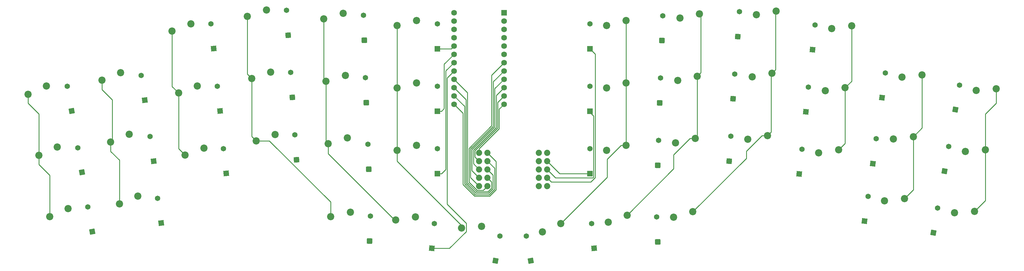
<source format=gbr>
%TF.GenerationSoftware,KiCad,Pcbnew,(6.0.0-0)*%
%TF.CreationDate,2022-01-05T09:56:10+07:00*%
%TF.ProjectId,kibod-01,6b69626f-642d-4303-912e-6b696361645f,rev?*%
%TF.SameCoordinates,Original*%
%TF.FileFunction,Copper,L2,Bot*%
%TF.FilePolarity,Positive*%
%FSLAX46Y46*%
G04 Gerber Fmt 4.6, Leading zero omitted, Abs format (unit mm)*
G04 Created by KiCad (PCBNEW (6.0.0-0)) date 2022-01-05 09:56:10*
%MOMM*%
%LPD*%
G01*
G04 APERTURE LIST*
G04 Aperture macros list*
%AMRotRect*
0 Rectangle, with rotation*
0 The origin of the aperture is its center*
0 $1 length*
0 $2 width*
0 $3 Rotation angle, in degrees counterclockwise*
0 Add horizontal line*
21,1,$1,$2,0,0,$3*%
G04 Aperture macros list end*
%TA.AperFunction,ComponentPad*%
%ADD10RotRect,1.651000X1.651000X10.000000*%
%TD*%
%TA.AperFunction,ComponentPad*%
%ADD11C,1.651000*%
%TD*%
%TA.AperFunction,ComponentPad*%
%ADD12RotRect,1.651000X1.651000X8.000000*%
%TD*%
%TA.AperFunction,ComponentPad*%
%ADD13RotRect,1.651000X1.651000X6.000000*%
%TD*%
%TA.AperFunction,ComponentPad*%
%ADD14RotRect,1.651000X1.651000X4.000000*%
%TD*%
%TA.AperFunction,ComponentPad*%
%ADD15RotRect,1.651000X1.651000X2.000000*%
%TD*%
%TA.AperFunction,ComponentPad*%
%ADD16R,1.651000X1.651000*%
%TD*%
%TA.AperFunction,ComponentPad*%
%ADD17RotRect,1.651000X1.651000X358.000000*%
%TD*%
%TA.AperFunction,ComponentPad*%
%ADD18RotRect,1.651000X1.651000X354.000000*%
%TD*%
%TA.AperFunction,ComponentPad*%
%ADD19RotRect,1.651000X1.651000X350.000000*%
%TD*%
%TA.AperFunction,ComponentPad*%
%ADD20C,2.200000*%
%TD*%
%TA.AperFunction,ComponentPad*%
%ADD21RotRect,1.651000X1.651000X352.000000*%
%TD*%
%TA.AperFunction,ComponentPad*%
%ADD22RotRect,1.651000X1.651000X356.000000*%
%TD*%
%TA.AperFunction,ComponentPad*%
%ADD23C,1.879600*%
%TD*%
%TA.AperFunction,ComponentPad*%
%ADD24R,1.752600X1.752600*%
%TD*%
%TA.AperFunction,ComponentPad*%
%ADD25C,1.752600*%
%TD*%
%TA.AperFunction,Conductor*%
%ADD26C,0.250000*%
%TD*%
G04 APERTURE END LIST*
D10*
%TO.P,D-0-0,1*%
%TO.N,RL0*%
X6661600Y-72332118D03*
D11*
%TO.P,D-0-0,2*%
%TO.N,Net-(D-0-0-Pad2)*%
X5338400Y-64827882D03*
%TD*%
D12*
%TO.P,D-0-1,1*%
%TO.N,RL0*%
X28930250Y-69004728D03*
D11*
%TO.P,D-0-1,2*%
%TO.N,Net-(D-0-1-Pad2)*%
X27869750Y-61458886D03*
%TD*%
D13*
%TO.P,D-0-2,1*%
%TO.N,RL0*%
X49928253Y-53319128D03*
D11*
%TO.P,D-0-2,2*%
%TO.N,Net-(D-0-2-Pad2)*%
X49131747Y-45740872D03*
%TD*%
D14*
%TO.P,D-0-3,1*%
%TO.N,RL0*%
X72655772Y-49195320D03*
D11*
%TO.P,D-0-3,2*%
%TO.N,Net-(D-0-3-Pad2)*%
X72124228Y-41593882D03*
%TD*%
D15*
%TO.P,D-0-4,1*%
%TO.N,RL0*%
X95832967Y-50743828D03*
D11*
%TO.P,D-0-4,2*%
%TO.N,Net-(D-0-4-Pad2)*%
X95567033Y-43128470D03*
%TD*%
D16*
%TO.P,D-0-5,1*%
%TO.N,RL0*%
X118110000Y-53340000D03*
D11*
%TO.P,D-0-5,2*%
%TO.N,Net-(D-0-5-Pad2)*%
X118110000Y-45720000D03*
%TD*%
D10*
%TO.P,D-1-0,1*%
%TO.N,RL1*%
X9861600Y-91080448D03*
D11*
%TO.P,D-1-0,2*%
%TO.N,Net-(D-1-0-Pad2)*%
X8538400Y-83576212D03*
%TD*%
D12*
%TO.P,D-1-1,1*%
%TO.N,RL1*%
X31630250Y-87692586D03*
D11*
%TO.P,D-1-1,2*%
%TO.N,Net-(D-1-1-Pad2)*%
X30569750Y-80146744D03*
%TD*%
D13*
%TO.P,D-1-2,1*%
%TO.N,RL1*%
X51898253Y-72369128D03*
D11*
%TO.P,D-1-2,2*%
%TO.N,Net-(D-1-2-Pad2)*%
X51101747Y-64790872D03*
%TD*%
D14*
%TO.P,D-1-3,1*%
%TO.N,RL1*%
X73925772Y-68198915D03*
D11*
%TO.P,D-1-3,2*%
%TO.N,Net-(D-1-3-Pad2)*%
X73394228Y-60597477D03*
%TD*%
D15*
%TO.P,D-1-4,1*%
%TO.N,RL1*%
X96432967Y-69782224D03*
D11*
%TO.P,D-1-4,2*%
%TO.N,Net-(D-1-4-Pad2)*%
X96167033Y-62166866D03*
%TD*%
D16*
%TO.P,D-1-5,1*%
%TO.N,RL1*%
X118110000Y-72390000D03*
D11*
%TO.P,D-1-5,2*%
%TO.N,Net-(D-1-5-Pad2)*%
X118110000Y-64770000D03*
%TD*%
D10*
%TO.P,D-2-0,1*%
%TO.N,RL2*%
X12961600Y-109162118D03*
D11*
%TO.P,D-2-0,2*%
%TO.N,Net-(D-2-0-Pad2)*%
X11638400Y-101657882D03*
%TD*%
D12*
%TO.P,D-2-1,1*%
%TO.N,RL2*%
X33930250Y-106557193D03*
D11*
%TO.P,D-2-1,2*%
%TO.N,Net-(D-2-1-Pad2)*%
X32869750Y-99011351D03*
%TD*%
D13*
%TO.P,D-2-2,1*%
%TO.N,RL2*%
X53738253Y-91419128D03*
D11*
%TO.P,D-2-2,2*%
%TO.N,Net-(D-2-2-Pad2)*%
X52941747Y-83840872D03*
%TD*%
D14*
%TO.P,D-2-3,1*%
%TO.N,RL2*%
X75195772Y-87202510D03*
D11*
%TO.P,D-2-3,2*%
%TO.N,Net-(D-2-3-Pad2)*%
X74664228Y-79601072D03*
%TD*%
D15*
%TO.P,D-2-4,1*%
%TO.N,RL2*%
X97232967Y-90089845D03*
D11*
%TO.P,D-2-4,2*%
%TO.N,Net-(D-2-4-Pad2)*%
X96967033Y-82474487D03*
%TD*%
D16*
%TO.P,D-2-5,1*%
%TO.N,RL2*%
X118110000Y-91440000D03*
D11*
%TO.P,D-2-5,2*%
%TO.N,Net-(D-2-5-Pad2)*%
X118110000Y-83820000D03*
%TD*%
D17*
%TO.P,D-3-3,1*%
%TO.N,RL3*%
X97467033Y-112023613D03*
D11*
%TO.P,D-3-3,2*%
%TO.N,Net-(D-3-3-Pad2)*%
X97732967Y-104408255D03*
%TD*%
D18*
%TO.P,D-3-4,1*%
%TO.N,RL3*%
X116401747Y-114279128D03*
D11*
%TO.P,D-3-4,2*%
%TO.N,Net-(D-3-4-Pad2)*%
X117198253Y-106700872D03*
%TD*%
D19*
%TO.P,D-3-5,1*%
%TO.N,RL3*%
X135838400Y-118052118D03*
D11*
%TO.P,D-3-5,2*%
%TO.N,Net-(D-3-5-Pad2)*%
X137161600Y-110547882D03*
%TD*%
D20*
%TO.P,K-0-0,1*%
%TO.N,CL0*%
X-6619807Y-67220951D03*
%TO.P,K-0-0,2*%
%TO.N,Net-(D-0-0-Pad2)*%
X-1048766Y-64695177D03*
%TD*%
%TO.P,K-0-1,1*%
%TO.N,CL1*%
X15917974Y-62956879D03*
%TO.P,K-0-1,2*%
%TO.N,Net-(D-0-1-Pad2)*%
X21573769Y-60627071D03*
%TD*%
%TO.P,K-0-2,1*%
%TO.N,CL2*%
X37277365Y-47912208D03*
%TO.P,K-0-2,2*%
%TO.N,Net-(D-0-2-Pad2)*%
X43011024Y-45781203D03*
%TD*%
%TO.P,K-0-3,1*%
%TO.N,CL3*%
X60220189Y-43436938D03*
%TO.P,K-0-3,2*%
%TO.N,Net-(D-0-3-Pad2)*%
X66024726Y-41507334D03*
%TD*%
%TO.P,K-0-4,1*%
%TO.N,CL4*%
X83526483Y-44228122D03*
%TO.P,K-0-4,2*%
%TO.N,Net-(D-0-4-Pad2)*%
X89394826Y-42502268D03*
%TD*%
%TO.P,K-0-5,1*%
%TO.N,CL5*%
X105815000Y-46260000D03*
%TO.P,K-0-5,2*%
%TO.N,Net-(D-0-5-Pad2)*%
X111740000Y-44740000D03*
%TD*%
%TO.P,K-1-0,1*%
%TO.N,CL0*%
X-3311810Y-85870182D03*
%TO.P,K-1-0,2*%
%TO.N,Net-(D-1-0-Pad2)*%
X2259231Y-83344408D03*
%TD*%
%TO.P,K-1-1,1*%
%TO.N,CL1*%
X18569219Y-81821485D03*
%TO.P,K-1-1,2*%
%TO.N,Net-(D-1-1-Pad2)*%
X24225014Y-79491677D03*
%TD*%
%TO.P,K-1-2,1*%
%TO.N,CL2*%
X39268630Y-66857851D03*
%TO.P,K-1-2,2*%
%TO.N,Net-(D-1-2-Pad2)*%
X45002289Y-64726846D03*
%TD*%
%TO.P,K-1-3,1*%
%TO.N,CL3*%
X61549049Y-62440532D03*
%TO.P,K-1-3,2*%
%TO.N,Net-(D-1-3-Pad2)*%
X67353586Y-60510928D03*
%TD*%
%TO.P,K-1-4,1*%
%TO.N,CL4*%
X84191318Y-63266517D03*
%TO.P,K-1-4,2*%
%TO.N,Net-(D-1-4-Pad2)*%
X90059661Y-61540663D03*
%TD*%
%TO.P,K-1-5,1*%
%TO.N,CL5*%
X105815000Y-65310000D03*
%TO.P,K-1-5,2*%
%TO.N,Net-(D-1-5-Pad2)*%
X111740000Y-63790000D03*
%TD*%
%TO.P,K-2-0,1*%
%TO.N,CL0*%
X-3812Y-104630770D03*
%TO.P,K-2-0,2*%
%TO.N,Net-(D-2-0-Pad2)*%
X5567229Y-102104996D03*
%TD*%
%TO.P,K-2-1,1*%
%TO.N,CL1*%
X21220469Y-100686092D03*
%TO.P,K-2-1,2*%
%TO.N,Net-(D-2-1-Pad2)*%
X26876264Y-98356284D03*
%TD*%
%TO.P,K-2-2,1*%
%TO.N,CL2*%
X41259898Y-85803491D03*
%TO.P,K-2-2,2*%
%TO.N,Net-(D-2-2-Pad2)*%
X46993557Y-83672486D03*
%TD*%
%TO.P,K-2-3,1*%
%TO.N,CL3*%
X62877910Y-81444128D03*
%TO.P,K-2-3,2*%
%TO.N,Net-(D-2-3-Pad2)*%
X68682447Y-79514524D03*
%TD*%
%TO.P,K-2-4,1*%
%TO.N,CL4*%
X84856153Y-82304912D03*
%TO.P,K-2-4,2*%
%TO.N,Net-(D-2-4-Pad2)*%
X90724496Y-80579058D03*
%TD*%
%TO.P,K-2-5,1*%
%TO.N,CL5*%
X105815000Y-84360000D03*
%TO.P,K-2-5,2*%
%TO.N,Net-(D-2-5-Pad2)*%
X111740000Y-82840000D03*
%TD*%
%TO.P,K-3-3,1*%
%TO.N,CL3*%
X85611969Y-104563159D03*
%TO.P,K-3-3,2*%
%TO.N,Net-(D-3-3-Pad2)*%
X91586406Y-103250865D03*
%TD*%
%TO.P,K-3-4,1*%
%TO.N,CL4*%
X105382744Y-105611994D03*
%TO.P,K-3-4,2*%
%TO.N,Net-(D-3-4-Pad2)*%
X111434170Y-104719652D03*
%TD*%
%TO.P,K-3-5,1*%
%TO.N,CL5*%
X125484559Y-108035810D03*
%TO.P,K-3-5,2*%
%TO.N,Net-(D-3-5-Pad2)*%
X131583490Y-107567767D03*
%TD*%
D19*
%TO.P,D-0-0-B1,1*%
%TO.N,RR0*%
X275920527Y-71947030D03*
D11*
%TO.P,D-0-0-B1,2*%
%TO.N,Net-(D-0-0-B1-Pad2)*%
X277243727Y-64442794D03*
%TD*%
D21*
%TO.P,D-0-1-B1,1*%
%TO.N,RR0*%
X253551877Y-68256842D03*
D11*
%TO.P,D-0-1-B1,2*%
%TO.N,Net-(D-0-1-B1-Pad2)*%
X254612377Y-60711000D03*
%TD*%
D18*
%TO.P,D-0-2-B1,1*%
%TO.N,RR0*%
X232383874Y-53668245D03*
D11*
%TO.P,D-0-2-B1,2*%
%TO.N,Net-(D-0-2-B1-Pad2)*%
X233180380Y-46089989D03*
%TD*%
D22*
%TO.P,D-0-3-B1,1*%
%TO.N,RR0*%
X209616355Y-49642035D03*
D11*
%TO.P,D-0-3-B1,2*%
%TO.N,Net-(D-0-3-B1-Pad2)*%
X210147899Y-42040597D03*
%TD*%
D17*
%TO.P,D-0-4-B1,1*%
%TO.N,RR0*%
X186549160Y-50874719D03*
D11*
%TO.P,D-0-4-B1,2*%
%TO.N,Net-(D-0-4-B1-Pad2)*%
X186815094Y-43259361D03*
%TD*%
D16*
%TO.P,D-0-5-B1,1*%
%TO.N,RR0*%
X164582127Y-53340000D03*
D11*
%TO.P,D-0-5-B1,2*%
%TO.N,Net-(D-0-5-B1-Pad2)*%
X164582127Y-45720000D03*
%TD*%
D19*
%TO.P,D-1-0-B1,1*%
%TO.N,RR1*%
X272620527Y-90707615D03*
D11*
%TO.P,D-1-0-B1,2*%
%TO.N,Net-(D-1-0-B1-Pad2)*%
X273943727Y-83203379D03*
%TD*%
D21*
%TO.P,D-1-1-B1,1*%
%TO.N,RR1*%
X250751877Y-88391449D03*
D11*
%TO.P,D-1-1-B1,2*%
%TO.N,Net-(D-1-1-B1-Pad2)*%
X251812377Y-80845607D03*
%TD*%
D18*
%TO.P,D-1-2-B1,1*%
%TO.N,RR1*%
X230383874Y-72613887D03*
D11*
%TO.P,D-1-2-B1,2*%
%TO.N,Net-(D-1-2-B1-Pad2)*%
X231180380Y-65035631D03*
%TD*%
D22*
%TO.P,D-1-3-B1,1*%
%TO.N,RR1*%
X208216355Y-68645631D03*
D11*
%TO.P,D-1-3-B1,2*%
%TO.N,Net-(D-1-3-B1-Pad2)*%
X208747899Y-61044193D03*
%TD*%
D17*
%TO.P,D-1-4-B1,1*%
%TO.N,RR1*%
X185849160Y-69913114D03*
D11*
%TO.P,D-1-4-B1,2*%
%TO.N,Net-(D-1-4-B1-Pad2)*%
X186115094Y-62297756D03*
%TD*%
D16*
%TO.P,D-1-5-B1,1*%
%TO.N,RR1*%
X164582127Y-72390000D03*
D11*
%TO.P,D-1-5-B1,2*%
%TO.N,Net-(D-1-5-B1-Pad2)*%
X164582127Y-64770000D03*
%TD*%
D19*
%TO.P,D-2-0-B1,1*%
%TO.N,RR2*%
X269220527Y-109468204D03*
D11*
%TO.P,D-2-0-B1,2*%
%TO.N,Net-(D-2-0-B1-Pad2)*%
X270543727Y-101963968D03*
%TD*%
D21*
%TO.P,D-2-1-B1,1*%
%TO.N,RR2*%
X248251877Y-105986055D03*
D11*
%TO.P,D-2-1-B1,2*%
%TO.N,Net-(D-2-1-B1-Pad2)*%
X249312377Y-98440213D03*
%TD*%
D18*
%TO.P,D-2-2-B1,1*%
%TO.N,RR2*%
X228383874Y-91559528D03*
D11*
%TO.P,D-2-2-B1,2*%
%TO.N,Net-(D-2-2-B1-Pad2)*%
X229180380Y-83981272D03*
%TD*%
D22*
%TO.P,D-2-3-B1,1*%
%TO.N,RR2*%
X207016355Y-87649226D03*
D11*
%TO.P,D-2-3-B1,2*%
%TO.N,Net-(D-2-3-B1-Pad2)*%
X207547899Y-80047788D03*
%TD*%
D17*
%TO.P,D-2-4-B1,1*%
%TO.N,RR2*%
X185249160Y-88951510D03*
D11*
%TO.P,D-2-4-B1,2*%
%TO.N,Net-(D-2-4-B1-Pad2)*%
X185515094Y-81336152D03*
%TD*%
D16*
%TO.P,D-2-5-B1,1*%
%TO.N,RR2*%
X164582127Y-91440000D03*
D11*
%TO.P,D-2-5-B1,2*%
%TO.N,Net-(D-2-5-B1-Pad2)*%
X164582127Y-83820000D03*
%TD*%
D15*
%TO.P,D-3-3-B1,1*%
%TO.N,RR3*%
X185215094Y-112330776D03*
D11*
%TO.P,D-3-3-B1,2*%
%TO.N,Net-(D-3-3-B1-Pad2)*%
X184949160Y-104715418D03*
%TD*%
D13*
%TO.P,D-3-4-B1,1*%
%TO.N,RR3*%
X165890380Y-114279128D03*
D11*
%TO.P,D-3-4-B1,2*%
%TO.N,Net-(D-3-4-B1-Pad2)*%
X165093874Y-106700872D03*
%TD*%
D10*
%TO.P,D-3-5-B1,1*%
%TO.N,RR3*%
X146543727Y-118052118D03*
D11*
%TO.P,D-3-5-B1,2*%
%TO.N,Net-(D-3-5-B1-Pad2)*%
X145220527Y-110547882D03*
%TD*%
D23*
%TO.P,J1,1*%
%TO.N,CL5*%
X130810000Y-85090000D03*
%TO.P,J1,2*%
%TO.N,RC3*%
X133350000Y-85090000D03*
%TO.P,J1,3*%
%TO.N,CL4*%
X130810000Y-87630000D03*
%TO.P,J1,4*%
%TO.N,RC2*%
X133350000Y-87630000D03*
%TO.P,J1,5*%
%TO.N,CL3*%
X130810000Y-90170000D03*
%TO.P,J1,6*%
%TO.N,RC1*%
X133350000Y-90170000D03*
%TO.P,J1,7*%
%TO.N,CL2*%
X130810000Y-92710000D03*
%TO.P,J1,8*%
%TO.N,RC0*%
X133350000Y-92710000D03*
%TO.P,J1,9*%
%TO.N,CL1*%
X130810000Y-95250000D03*
%TO.P,J1,10*%
%TO.N,CL0*%
X133350000Y-95250000D03*
%TD*%
%TO.P,J2,1*%
%TO.N,CR5*%
X148982127Y-85090000D03*
%TO.P,J2,2*%
%TO.N,RR3*%
X151522127Y-85090000D03*
%TO.P,J2,3*%
%TO.N,CR4*%
X148982127Y-87630000D03*
%TO.P,J2,4*%
%TO.N,RR2*%
X151522127Y-87630000D03*
%TO.P,J2,5*%
%TO.N,CR3*%
X148982127Y-90170000D03*
%TO.P,J2,6*%
%TO.N,RR1*%
X151522127Y-90170000D03*
%TO.P,J2,7*%
%TO.N,CR2*%
X148982127Y-92710000D03*
%TO.P,J2,8*%
%TO.N,RR0*%
X151522127Y-92710000D03*
%TO.P,J2,9*%
%TO.N,CR1*%
X148982127Y-95250000D03*
%TO.P,J2,10*%
%TO.N,CL0*%
X151522127Y-95250000D03*
%TD*%
D20*
%TO.P,K-0-0-B1,1*%
%TO.N,Net-(D-0-0-B1-Pad2)*%
X282257125Y-66038407D03*
%TO.P,K-0-0-B1,2*%
%TO.N,CL0*%
X288356056Y-65570364D03*
%TD*%
%TO.P,K-0-1-B1,1*%
%TO.N,Net-(D-0-1-B1-Pad2)*%
X259682159Y-62009110D03*
%TO.P,K-0-1-B1,2*%
%TO.N,CR1*%
X265761041Y-61328503D03*
%TD*%
%TO.P,K-0-2-B1,1*%
%TO.N,Net-(D-0-2-B1-Pad2)*%
X238293800Y-47200369D03*
%TO.P,K-0-2-B1,2*%
%TO.N,CR2*%
X244345226Y-46308027D03*
%TD*%
%TO.P,K-0-3-B1,1*%
%TO.N,Net-(D-0-3-B1-Pad2)*%
X215330259Y-42961897D03*
%TO.P,K-0-3-B1,2*%
%TO.N,CR3*%
X221346856Y-41858907D03*
%TD*%
%TO.P,K-0-4-B1,1*%
%TO.N,Net-(D-0-4-B1-Pad2)*%
X192011525Y-43990456D03*
%TO.P,K-0-4-B1,2*%
%TO.N,CR4*%
X197985962Y-42678162D03*
%TD*%
%TO.P,K-0-5-B1,1*%
%TO.N,Net-(D-0-5-B1-Pad2)*%
X169707127Y-46260000D03*
%TO.P,K-0-5-B1,2*%
%TO.N,CR5*%
X175632127Y-44740000D03*
%TD*%
%TO.P,K-1-0-B1,1*%
%TO.N,Net-(D-1-0-B1-Pad2)*%
X278949127Y-84687638D03*
%TO.P,K-1-0-B1,2*%
%TO.N,CL0*%
X285048058Y-84219595D03*
%TD*%
%TO.P,K-1-1-B1,1*%
%TO.N,Net-(D-1-1-B1-Pad2)*%
X257030913Y-80873716D03*
%TO.P,K-1-1-B1,2*%
%TO.N,CR1*%
X263109795Y-80193109D03*
%TD*%
%TO.P,K-1-2-B1,1*%
%TO.N,Net-(D-1-2-B1-Pad2)*%
X236302534Y-66146012D03*
%TO.P,K-1-2-B1,2*%
%TO.N,CR2*%
X242353960Y-65253670D03*
%TD*%
%TO.P,K-1-3-B1,1*%
%TO.N,Net-(D-1-3-B1-Pad2)*%
X214001398Y-61965491D03*
%TO.P,K-1-3-B1,2*%
%TO.N,CR3*%
X220017995Y-60862501D03*
%TD*%
%TO.P,K-1-4-B1,1*%
%TO.N,Net-(D-1-4-B1-Pad2)*%
X191346689Y-63028851D03*
%TO.P,K-1-4-B1,2*%
%TO.N,CR4*%
X197321126Y-61716557D03*
%TD*%
%TO.P,K-1-5-B1,1*%
%TO.N,Net-(D-1-5-B1-Pad2)*%
X169707127Y-65310000D03*
%TO.P,K-1-5-B1,2*%
%TO.N,CR5*%
X175632127Y-63790000D03*
%TD*%
%TO.P,K-2-0-B1,1*%
%TO.N,Net-(D-2-0-B1-Pad2)*%
X275641129Y-103448226D03*
%TO.P,K-2-0-B1,2*%
%TO.N,CL0*%
X281740060Y-102980183D03*
%TD*%
%TO.P,K-2-1-B1,1*%
%TO.N,Net-(D-2-1-B1-Pad2)*%
X254379663Y-99738323D03*
%TO.P,K-2-1-B1,2*%
%TO.N,CR1*%
X260458545Y-99057716D03*
%TD*%
%TO.P,K-2-2-B1,1*%
%TO.N,Net-(D-2-2-B1-Pad2)*%
X234311266Y-85091652D03*
%TO.P,K-2-2-B1,2*%
%TO.N,CR2*%
X240362692Y-84199310D03*
%TD*%
%TO.P,K-2-3-B1,1*%
%TO.N,Net-(D-2-3-B1-Pad2)*%
X212672537Y-80969087D03*
%TO.P,K-2-3-B1,2*%
%TO.N,CR3*%
X218689134Y-79866097D03*
%TD*%
%TO.P,K-2-4-B1,1*%
%TO.N,Net-(D-2-4-B1-Pad2)*%
X190681854Y-82067246D03*
%TO.P,K-2-4-B1,2*%
%TO.N,CR4*%
X196656291Y-80754952D03*
%TD*%
%TO.P,K-2-5-B1,1*%
%TO.N,Net-(D-2-5-B1-Pad2)*%
X169707127Y-84360000D03*
%TO.P,K-2-5-B1,2*%
%TO.N,CR5*%
X175632127Y-82840000D03*
%TD*%
%TO.P,K-3-3-B1,1*%
%TO.N,Net-(D-3-3-B1-Pad2)*%
X190097012Y-104800825D03*
%TO.P,K-3-3-B1,2*%
%TO.N,CR3*%
X195965355Y-103074971D03*
%TD*%
%TO.P,K-3-4-B1,1*%
%TO.N,Net-(D-3-4-B1-Pad2)*%
X170176689Y-106323833D03*
%TO.P,K-3-4-B1,2*%
%TO.N,CR4*%
X175910348Y-104192828D03*
%TD*%
%TO.P,K-3-5-B1,1*%
%TO.N,Net-(D-3-5-B1-Pad2)*%
X150141027Y-109218354D03*
%TO.P,K-3-5-B1,2*%
%TO.N,CR5*%
X155712068Y-106692580D03*
%TD*%
D24*
%TO.P,U1,1*%
%TO.N,N/C*%
X138430000Y-42330000D03*
D25*
%TO.P,U1,2*%
X138430000Y-44870000D03*
%TO.P,U1,3*%
X138430000Y-47410000D03*
%TO.P,U1,4*%
X138430000Y-49950000D03*
%TO.P,U1,5*%
X138430000Y-52490000D03*
%TO.P,U1,6*%
X138430000Y-55030000D03*
%TO.P,U1,7*%
%TO.N,CL0*%
X138430000Y-57570000D03*
%TO.P,U1,8*%
%TO.N,CL1*%
X138430000Y-60110000D03*
%TO.P,U1,9*%
%TO.N,CL2*%
X138430000Y-62650000D03*
%TO.P,U1,10*%
%TO.N,CL3*%
X138430000Y-65190000D03*
%TO.P,U1,11*%
%TO.N,CL4*%
X138430000Y-67730000D03*
%TO.P,U1,12*%
%TO.N,CL5*%
X138430000Y-70270000D03*
%TO.P,U1,13*%
%TO.N,RC3*%
X123190000Y-70270000D03*
%TO.P,U1,14*%
%TO.N,RC2*%
X123190000Y-67730000D03*
%TO.P,U1,15*%
%TO.N,RC1*%
X123190000Y-65190000D03*
%TO.P,U1,16*%
%TO.N,RC0*%
X123190000Y-62650000D03*
%TO.P,U1,17*%
%TO.N,RL3*%
X123190000Y-60110000D03*
%TO.P,U1,18*%
%TO.N,RL2*%
X123190000Y-57570000D03*
%TO.P,U1,19*%
%TO.N,RL1*%
X123190000Y-55030000D03*
%TO.P,U1,20*%
%TO.N,RL0*%
X123190000Y-52490000D03*
%TO.P,U1,21*%
%TO.N,N/C*%
X123190000Y-49950000D03*
%TO.P,U1,22*%
X123190000Y-47410000D03*
%TO.P,U1,23*%
X123190000Y-44870000D03*
%TO.P,U1,24*%
X123190000Y-42330000D03*
%TD*%
D26*
%TO.N,RR0*%
X164582127Y-53340000D02*
X166182638Y-54940511D01*
X166182638Y-54940511D02*
X166182637Y-92655900D01*
X152792127Y-93980000D02*
X151522127Y-92710000D01*
X166182637Y-92655900D02*
X164858537Y-93980000D01*
X164858537Y-93980000D02*
X152792127Y-93980000D01*
%TO.N,RL3*%
X116401747Y-114279128D02*
X121766321Y-114279128D01*
X121766321Y-114279128D02*
X126909560Y-109135889D01*
X121070000Y-100750000D02*
X121070000Y-62230000D01*
X126909560Y-109135889D02*
X126909560Y-106589560D01*
X126909560Y-106589560D02*
X121070000Y-100750000D01*
X121070000Y-62230000D02*
X123190000Y-60110000D01*
%TO.N,CR1*%
X265761041Y-61328503D02*
X265761041Y-77541863D01*
X265761041Y-77541863D02*
X263109795Y-80193109D01*
%TO.N,CR2*%
X242353960Y-65253670D02*
X242353960Y-82208042D01*
X242353960Y-82208042D02*
X240362692Y-84199310D01*
X244345226Y-46308027D02*
X244345226Y-63262404D01*
X244345226Y-63262404D02*
X242353960Y-65253670D01*
%TO.N,CR5*%
X155712068Y-106692580D02*
X169860246Y-92544402D01*
X169860246Y-92544402D02*
X169860246Y-87056246D01*
X169860246Y-87056246D02*
X174076493Y-82840000D01*
X174076493Y-82840000D02*
X175632127Y-82840000D01*
%TO.N,RL1*%
X118110000Y-72390000D02*
X119380000Y-72390000D01*
X119380000Y-72390000D02*
X120169980Y-71600020D01*
X120169980Y-71600020D02*
X120169980Y-58050020D01*
X120169980Y-58050020D02*
X123190000Y-55030000D01*
%TO.N,RL0*%
X118110000Y-53340000D02*
X122340000Y-53340000D01*
X122340000Y-53340000D02*
X123190000Y-52490000D01*
%TO.N,RR0*%
X164582127Y-53340000D02*
X164582127Y-53700000D01*
X164222127Y-53340000D02*
X164582127Y-53340000D01*
%TO.N,RR1*%
X165732628Y-73900501D02*
X165732628Y-92469499D01*
X165492127Y-92710000D02*
X154062127Y-92710000D01*
X164582127Y-72390000D02*
X164582127Y-72750000D01*
X164582127Y-72750000D02*
X165732628Y-73900501D01*
X154062127Y-92710000D02*
X151522127Y-90170000D01*
X165732628Y-92469499D02*
X165492127Y-92710000D01*
%TO.N,RL2*%
X119380000Y-91440000D02*
X120619990Y-90200010D01*
X120619990Y-90200010D02*
X120619990Y-60140010D01*
X120860000Y-59900000D02*
X123190000Y-57570000D01*
X120619990Y-60140010D02*
X120860000Y-59900000D01*
X118110000Y-91440000D02*
X119380000Y-91440000D01*
%TO.N,RR2*%
X155332127Y-91440000D02*
X151522127Y-87630000D01*
X164582127Y-91440000D02*
X155332127Y-91440000D01*
%TO.N,RL3*%
X123190000Y-60872074D02*
X123190000Y-60110000D01*
%TO.N,CL0*%
X285048058Y-84219595D02*
X285048058Y-99672185D01*
X-3311810Y-88650085D02*
X-3812Y-91958083D01*
X288356056Y-69968484D02*
X285048058Y-73276482D01*
X-6619807Y-67220951D02*
X-6619807Y-70000854D01*
X-6619807Y-70000854D02*
X-3311810Y-73308851D01*
X285048058Y-73276482D02*
X285048058Y-84219595D01*
X132085199Y-96514801D02*
X133350000Y-95250000D01*
X-3311810Y-85870182D02*
X-3311810Y-88650085D01*
X127745159Y-83737295D02*
X127745159Y-94057065D01*
X134620000Y-76862454D02*
X127745159Y-83737295D01*
X285048058Y-99672185D02*
X281740060Y-102980183D01*
X130202895Y-96514801D02*
X132085199Y-96514801D01*
X127745159Y-94057065D02*
X130202895Y-96514801D01*
X134620000Y-61380000D02*
X134620000Y-76862454D01*
X-3812Y-91958083D02*
X-3812Y-104630770D01*
X-3311810Y-73308851D02*
X-3311810Y-85870182D01*
X288356056Y-65570364D02*
X288356056Y-69968484D01*
X138430000Y-57570000D02*
X134620000Y-61380000D01*
%TO.N,CL1*%
X18569219Y-84683377D02*
X21220469Y-87334627D01*
X15917974Y-65818771D02*
X19050000Y-68950797D01*
X130810000Y-95250000D02*
X128195169Y-92635169D01*
X19050000Y-81340704D02*
X18569219Y-81821485D01*
X15917974Y-62956879D02*
X15917974Y-65818771D01*
X135137628Y-63402372D02*
X138430000Y-60110000D01*
X18569219Y-81821485D02*
X18569219Y-84683377D01*
X21220469Y-87334627D02*
X21220469Y-100686092D01*
X128195169Y-83923695D02*
X135137627Y-76981237D01*
X135137627Y-76981237D02*
X135137628Y-63402372D01*
X128195169Y-92635169D02*
X128195169Y-83923695D01*
X19050000Y-68950797D02*
X19050000Y-81340704D01*
%TO.N,RC0*%
X127295150Y-82254850D02*
X127295150Y-94243466D01*
X133507095Y-96964811D02*
X134614801Y-95857105D01*
X130016495Y-96964811D02*
X133507095Y-96964811D01*
X127295150Y-94243466D02*
X130016495Y-96964811D01*
X134614801Y-93974801D02*
X133350000Y-92710000D01*
X127295151Y-66755151D02*
X127295151Y-82254851D01*
X134614801Y-95857105D02*
X134614801Y-93974801D01*
X123190000Y-62650000D02*
X127295151Y-66755151D01*
%TO.N,CL2*%
X37277365Y-47912208D02*
X37277365Y-64866586D01*
X135587637Y-65492363D02*
X135587637Y-77167637D01*
X37277365Y-64866586D02*
X39268630Y-66857851D01*
X128645179Y-84110095D02*
X128645179Y-90545179D01*
X39268630Y-66857851D02*
X39268630Y-83812223D01*
X138430000Y-62650000D02*
X135587637Y-65492363D01*
X128645179Y-90545179D02*
X130810000Y-92710000D01*
X135587637Y-77167637D02*
X128645179Y-84110095D01*
X39268630Y-83812223D02*
X41259898Y-85803491D01*
%TO.N,RC1*%
X126845142Y-68845142D02*
X126845142Y-82068450D01*
X129830095Y-97414821D02*
X133693496Y-97414820D01*
X126845140Y-82068450D02*
X126845141Y-94429867D01*
X135064811Y-91884811D02*
X133350000Y-90170000D01*
X135064811Y-96043505D02*
X135064811Y-91884811D01*
X126845141Y-94429867D02*
X129830095Y-97414821D01*
X133693496Y-97414820D02*
X135064811Y-96043505D01*
X123190000Y-65190000D02*
X126845142Y-68845142D01*
%TO.N,CL3*%
X60220189Y-61111672D02*
X61549049Y-62440532D01*
X60220189Y-43436938D02*
X60220189Y-61111672D01*
X136037647Y-67582353D02*
X138430000Y-65190000D01*
X133365842Y-80025842D02*
X129095189Y-84296495D01*
X85611969Y-100145918D02*
X66910179Y-81444128D01*
X61549049Y-80115267D02*
X62877910Y-81444128D01*
X129095189Y-84296495D02*
X129095189Y-88455189D01*
X66910179Y-81444128D02*
X62877910Y-81444128D01*
X133381684Y-80010000D02*
X133365842Y-80025842D01*
X85611969Y-104563159D02*
X85611969Y-100145918D01*
X61549049Y-62440532D02*
X61549049Y-80115267D01*
X133365842Y-80025842D02*
X136037647Y-77354037D01*
X129095189Y-88455189D02*
X130810000Y-90170000D01*
X136037647Y-77354037D02*
X136037647Y-67582353D01*
%TO.N,RC2*%
X135514821Y-96229905D02*
X135514821Y-89794821D01*
X126395133Y-70935133D02*
X126395133Y-80614868D01*
X126395132Y-94616268D02*
X129643696Y-97864830D01*
X123190000Y-67730000D02*
X126395133Y-70935133D01*
X135514821Y-89794821D02*
X133350000Y-87630000D01*
X133879897Y-97864829D02*
X135514821Y-96229905D01*
X129643696Y-97864830D02*
X133879897Y-97864829D01*
X126395132Y-80614868D02*
X126395132Y-94616268D01*
%TO.N,CL4*%
X136487657Y-69672343D02*
X138430000Y-67730000D01*
X84191318Y-81640077D02*
X84856153Y-82304912D01*
X105099133Y-105611994D02*
X105382744Y-105611994D01*
X130810000Y-87630000D02*
X129545199Y-86365199D01*
X136487657Y-77540437D02*
X136487657Y-69672343D01*
X129545199Y-86365199D02*
X129545199Y-84482895D01*
X84856153Y-82304912D02*
X84856153Y-85369014D01*
X83526483Y-44228122D02*
X83526483Y-62601682D01*
X83526483Y-62601682D02*
X84191318Y-63266517D01*
X84856153Y-85369014D02*
X105099133Y-105611994D01*
X129545199Y-84482895D02*
X136487657Y-77540437D01*
X84191318Y-63266517D02*
X84191318Y-81640077D01*
%TO.N,RC3*%
X125945123Y-94802669D02*
X129457297Y-98314839D01*
X135964831Y-87704831D02*
X133350000Y-85090000D01*
X135964831Y-96416305D02*
X135964831Y-87704831D01*
X125945123Y-80225123D02*
X125945123Y-94802669D01*
X125945123Y-80225123D02*
X125945123Y-73025123D01*
X125945123Y-73025123D02*
X123190000Y-70270000D01*
X134066298Y-98314838D02*
X135964831Y-96416305D01*
X129457297Y-98314839D02*
X134066298Y-98314838D01*
X125945123Y-79794877D02*
X125945123Y-80225123D01*
%TO.N,CL5*%
X136937666Y-71762334D02*
X138430000Y-70270000D01*
X105815000Y-84360000D02*
X105815000Y-87656974D01*
X130810000Y-85090000D02*
X130810000Y-83854504D01*
X105815000Y-65310000D02*
X105815000Y-84360000D01*
X130810000Y-83854504D02*
X136937666Y-77726838D01*
X125484559Y-107326533D02*
X125484559Y-108035810D01*
X136937666Y-77726838D02*
X136937666Y-71762334D01*
X105815000Y-87656974D02*
X125484559Y-107326533D01*
X105815000Y-46260000D02*
X105815000Y-65310000D01*
%TO.N,CR1*%
X260458545Y-99057716D02*
X263109795Y-96406466D01*
X263109795Y-96406466D02*
X263109795Y-80193109D01*
%TO.N,CR3*%
X217011710Y-79866097D02*
X218689134Y-79866097D01*
X219789133Y-78766098D02*
X219789133Y-61091363D01*
X221117994Y-42087769D02*
X221346856Y-41858907D01*
X221117994Y-59762502D02*
X221117994Y-42087769D01*
X212252783Y-84625024D02*
X217011710Y-79866097D01*
X219789133Y-61091363D02*
X220017995Y-60862501D01*
X220017995Y-60862501D02*
X221117994Y-59762502D01*
X218689134Y-79866097D02*
X219789133Y-78766098D01*
X195965355Y-103074971D02*
X212252783Y-86787543D01*
X212252783Y-86787543D02*
X212252783Y-84625024D01*
%TO.N,CR4*%
X196656291Y-80754952D02*
X195100657Y-80754952D01*
X195100657Y-80754952D02*
X190118754Y-85736855D01*
X198421125Y-60616558D02*
X198421125Y-43113325D01*
X196656291Y-80754952D02*
X197321126Y-80090117D01*
X198421125Y-43113325D02*
X197985962Y-42678162D01*
X190118754Y-85736855D02*
X190118754Y-89984422D01*
X197321126Y-80090117D02*
X197321126Y-61716557D01*
X190118754Y-89984422D02*
X175910348Y-104192828D01*
X197321126Y-61716557D02*
X198421125Y-60616558D01*
%TO.N,CR5*%
X175632127Y-82840000D02*
X175632127Y-63790000D01*
X175632127Y-63790000D02*
X175632127Y-44740000D01*
%TD*%
M02*

</source>
